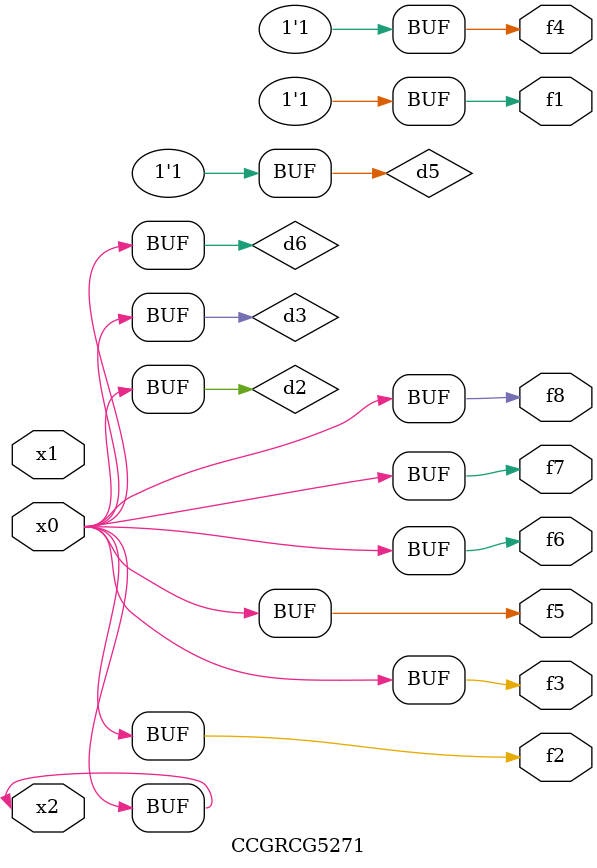
<source format=v>
module CCGRCG5271(
	input x0, x1, x2,
	output f1, f2, f3, f4, f5, f6, f7, f8
);

	wire d1, d2, d3, d4, d5, d6;

	xnor (d1, x2);
	buf (d2, x0, x2);
	and (d3, x0);
	xnor (d4, x1, x2);
	nand (d5, d1, d3);
	buf (d6, d2, d3);
	assign f1 = d5;
	assign f2 = d6;
	assign f3 = d6;
	assign f4 = d5;
	assign f5 = d6;
	assign f6 = d6;
	assign f7 = d6;
	assign f8 = d6;
endmodule

</source>
